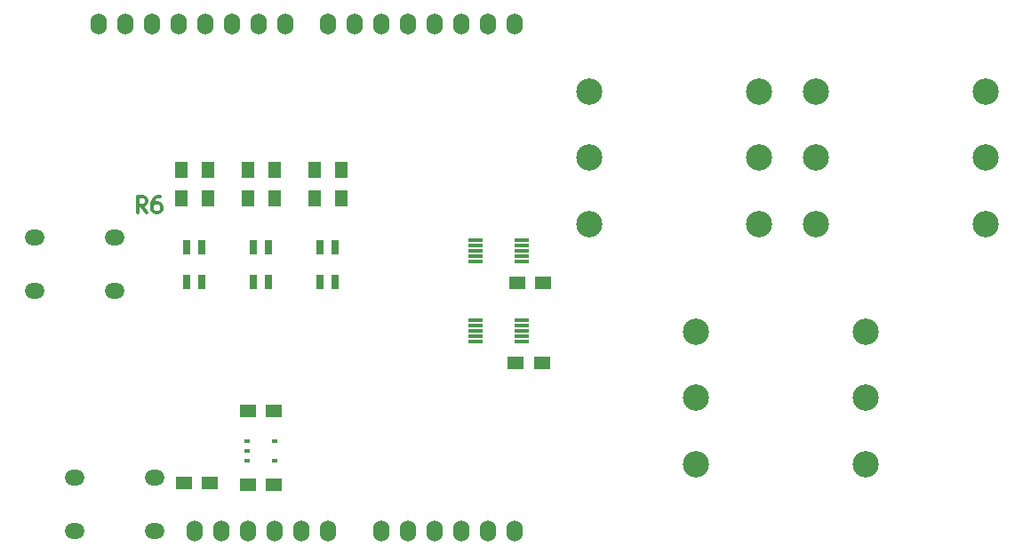
<source format=gts>
G04 #@! TF.FileFunction,Soldermask,Top*
%FSLAX46Y46*%
G04 Gerber Fmt 4.6, Leading zero omitted, Abs format (unit mm)*
G04 Created by KiCad (PCBNEW 0.201510170916+6271~30~ubuntu14.04.1-product) date Tue 27 Oct 2015 03:36:54 PM CET*
%MOMM*%
G01*
G04 APERTURE LIST*
%ADD10C,0.100000*%
%ADD11C,0.300000*%
%ADD12R,1.500000X1.250000*%
%ADD13C,2.500000*%
%ADD14R,1.300000X1.500000*%
%ADD15O,1.900000X1.500000*%
%ADD16R,0.600000X0.400000*%
%ADD17O,1.524000X2.032000*%
%ADD18R,0.750000X1.400000*%
%ADD19R,1.450000X0.300000*%
G04 APERTURE END LIST*
D10*
D11*
X121162001Y-78910571D02*
X120662001Y-78196286D01*
X120304858Y-78910571D02*
X120304858Y-77410571D01*
X120876286Y-77410571D01*
X121019144Y-77482000D01*
X121090572Y-77553429D01*
X121162001Y-77696286D01*
X121162001Y-77910571D01*
X121090572Y-78053429D01*
X121019144Y-78124857D01*
X120876286Y-78196286D01*
X120304858Y-78196286D01*
X122447715Y-77410571D02*
X122162001Y-77410571D01*
X122019144Y-77482000D01*
X121947715Y-77553429D01*
X121804858Y-77767714D01*
X121733429Y-78053429D01*
X121733429Y-78624857D01*
X121804858Y-78767714D01*
X121876286Y-78839143D01*
X122019144Y-78910571D01*
X122304858Y-78910571D01*
X122447715Y-78839143D01*
X122519144Y-78767714D01*
X122590572Y-78624857D01*
X122590572Y-78267714D01*
X122519144Y-78124857D01*
X122447715Y-78053429D01*
X122304858Y-77982000D01*
X122019144Y-77982000D01*
X121876286Y-78053429D01*
X121804858Y-78124857D01*
X121733429Y-78267714D01*
D12*
X127234000Y-104648000D03*
X124734000Y-104648000D03*
X133330000Y-104775000D03*
X130830000Y-104775000D03*
X130830000Y-97790000D03*
X133330000Y-97790000D03*
X156484000Y-85598000D03*
X158984000Y-85598000D03*
X156357000Y-93218000D03*
X158857000Y-93218000D03*
D13*
X173510000Y-102820000D03*
X173510000Y-96520000D03*
X173510000Y-90220000D03*
X189710000Y-102820000D03*
X189710000Y-96520000D03*
X189710000Y-90220000D03*
X179550000Y-67360000D03*
X179550000Y-73660000D03*
X179550000Y-79960000D03*
X163350000Y-67360000D03*
X163350000Y-73660000D03*
X163350000Y-79960000D03*
X201140000Y-67360000D03*
X201140000Y-73660000D03*
X201140000Y-79960000D03*
X184940000Y-67360000D03*
X184940000Y-73660000D03*
X184940000Y-79960000D03*
D14*
X139700000Y-74850000D03*
X139700000Y-77550000D03*
X137160000Y-74850000D03*
X137160000Y-77550000D03*
X133350000Y-74850000D03*
X133350000Y-77550000D03*
X130810000Y-74850000D03*
X130810000Y-77550000D03*
X127000000Y-74850000D03*
X127000000Y-77550000D03*
X124460000Y-74850000D03*
X124460000Y-77550000D03*
D15*
X110490000Y-86360000D03*
X110490000Y-81280000D03*
X118110000Y-86360000D03*
X118110000Y-81280000D03*
X121920000Y-104140000D03*
X121920000Y-109220000D03*
X114300000Y-104140000D03*
X114300000Y-109220000D03*
D16*
X130780000Y-100650000D03*
X130780000Y-101600000D03*
X130780000Y-102550000D03*
X133380000Y-102550000D03*
X133380000Y-100650000D03*
D17*
X130810000Y-109220000D03*
X128270000Y-109220000D03*
X125730000Y-109220000D03*
X133350000Y-109220000D03*
X135890000Y-109220000D03*
X138430000Y-109220000D03*
X151130000Y-109220000D03*
X148590000Y-109220000D03*
X153670000Y-109220000D03*
X156210000Y-109220000D03*
X146050000Y-109220000D03*
X143510000Y-109220000D03*
X148590000Y-60960000D03*
X146050000Y-60960000D03*
X151130000Y-60960000D03*
X153670000Y-60960000D03*
X156210000Y-60960000D03*
X143510000Y-60960000D03*
X140970000Y-60960000D03*
X138430000Y-60960000D03*
X126746000Y-60960000D03*
X124206000Y-60960000D03*
X121666000Y-60960000D03*
X119126000Y-60960000D03*
X116586000Y-60960000D03*
X129286000Y-60960000D03*
X131826000Y-60960000D03*
X134366000Y-60960000D03*
D18*
X137705000Y-85470000D03*
X137705000Y-82170000D03*
X139155000Y-82170000D03*
X139155000Y-85470000D03*
X131355000Y-85470000D03*
X131355000Y-82170000D03*
X132805000Y-82170000D03*
X132805000Y-85470000D03*
X125005000Y-85470000D03*
X125005000Y-82170000D03*
X126455000Y-82170000D03*
X126455000Y-85470000D03*
D19*
X156886000Y-83550000D03*
X156886000Y-83050000D03*
X156886000Y-82550000D03*
X156886000Y-82050000D03*
X156886000Y-81550000D03*
X152486000Y-81550000D03*
X152486000Y-82050000D03*
X152486000Y-82550000D03*
X152486000Y-83050000D03*
X152486000Y-83550000D03*
X156886000Y-91170000D03*
X156886000Y-90670000D03*
X156886000Y-90170000D03*
X156886000Y-89670000D03*
X156886000Y-89170000D03*
X152486000Y-89170000D03*
X152486000Y-89670000D03*
X152486000Y-90170000D03*
X152486000Y-90670000D03*
X152486000Y-91170000D03*
M02*

</source>
